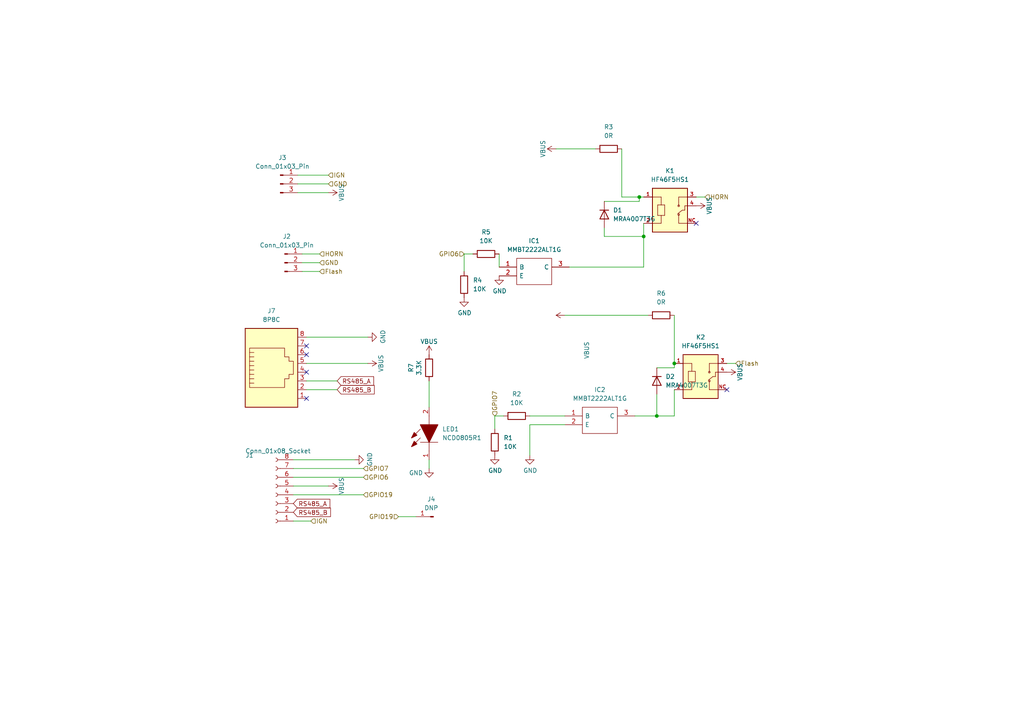
<source format=kicad_sch>
(kicad_sch (version 20231120) (generator "eeschema") (generator_version "8.0")
  (paper "A4")
  (title_block (title "KSS-E") (date "2022-09-20") (rev "REV1") (company "SmartEQ Bilisim"))
  (lib_symbols
    (symbol "150080VS75000:150080VS75000" (pin_names (offset 0.762))
      (property "Reference" "LED" (at 12.7 8.89 0))
      (property "Value" "150080VS75000" (at 12.7 6.35 0))
      (symbol "150080VS75000_0_0"
        (pin passive line (at 0 0 0) (length 2.54) (name "~") (number "1"))
        (pin passive line (at 15.24 0 180) (length 2.54) (name "~") (number "2"))
      )
      (symbol "150080VS75000_0_1"
        (polyline (pts (xy 2.54 0) (xy 5.08 0)) (stroke (width 0.1524)))
        (polyline (pts (xy 5.08 2.54) (xy 5.08 -2.54)) (stroke (width 0.1524)))
        (polyline (pts (xy 6.35 2.54) (xy 3.81 5.08)) (stroke (width 0.1524)))
        (polyline (pts (xy 8.89 2.54) (xy 6.35 5.08)) (stroke (width 0.1524)))
        (polyline (pts (xy 10.16 0) (xy 12.7 0)) (stroke (width 0.1524)))
        (polyline (pts (xy 5.08 0) (xy 10.16 2.54) (xy 10.16 -2.54) (xy 5.08 0)) (stroke (width 0.254)) (fill (type outline)))
        (polyline (pts (xy 5.334 4.318) (xy 4.572 3.556) (xy 3.81 5.08) (xy 5.334 4.318)) (stroke (width 0.254)) (fill (type outline)))
        (polyline (pts (xy 7.874 4.318) (xy 7.112 3.556) (xy 6.35 5.08) (xy 7.874 4.318)) (stroke (width 0.254)) (fill (type outline)))
      )
    )
    (symbol "Connector:8P8C" (pin_names (offset 1.016))
      (property "Reference" "J" (at -5.08 13.97 0))
      (property "Value" "8P8C" (at 2.54 13.97 0))
      (symbol "8P8C_0_1"
        (polyline (pts (xy -5.08 4.445) (xy -6.35 4.445)))
        (polyline (pts (xy -5.08 5.715) (xy -6.35 5.715)))
        (polyline (pts (xy -6.35 -3.175) (xy -5.08 -3.175) (xy -5.08 -3.175)))
        (polyline (pts (xy -6.35 -1.905) (xy -5.08 -1.905) (xy -5.08 -1.905)))
        (polyline (pts (xy -6.35 -0.635) (xy -5.08 -0.635) (xy -5.08 -0.635)))
        (polyline (pts (xy -6.35 0.635) (xy -5.08 0.635) (xy -5.08 0.635)))
        (polyline (pts (xy -6.35 1.905) (xy -5.08 1.905) (xy -5.08 1.905)))
        (polyline (pts (xy -5.08 3.175) (xy -6.35 3.175) (xy -6.35 3.175)))
        (polyline (pts (xy -6.35 -4.445) (xy -6.35 6.985) (xy 3.81 6.985) (xy 3.81 4.445) (xy 5.08 4.445) (xy 5.08 3.175) (xy 6.35 3.175) (xy 6.35 -0.635) (xy 5.08 -0.635) (xy 5.08 -1.905) (xy 3.81 -1.905) (xy 3.81 -4.445) (xy -6.35 -4.445) (xy -6.35 -4.445)))
        (rectangle (start 7.62 12.7) (end -7.62 -10.16) (stroke (width 0.254)) (fill (type background)))
      )
      (symbol "8P8C_1_1"
        (pin passive line (at 10.16 -7.62 180) (length 2.54) (name "~") (number "1"))
        (pin passive line (at 10.16 -5.08 180) (length 2.54) (name "~") (number "2"))
        (pin passive line (at 10.16 -2.54 180) (length 2.54) (name "~") (number "3"))
        (pin passive line (at 10.16 0 180) (length 2.54) (name "~") (number "4"))
        (pin passive line (at 10.16 2.54 180) (length 2.54) (name "~") (number "5"))
        (pin passive line (at 10.16 5.08 180) (length 2.54) (name "~") (number "6"))
        (pin passive line (at 10.16 7.62 180) (length 2.54) (name "~") (number "7"))
        (pin passive line (at 10.16 10.16 180) (length 2.54) (name "~") (number "8"))
      )
    )
    (symbol "Connector:Conn_01x01_Pin" (pin_names (offset 1.016) hide)
      (property "Reference" "J" (at 0 2.54 0))
      (property "Value" "Conn_01x01_Pin" (at 0 -2.54 0))
      (symbol "Conn_01x01_Pin_1_1"
        (polyline (pts (xy 1.27 0) (xy 0.8636 0)) (stroke (width 0.1524)))
        (rectangle (start 0.8636 0.127) (end 0 -0.127) (stroke (width 0.1524)) (fill (type outline)))
        (pin passive line (at 5.08 0 180) (length 3.81) (name "Pin_1") (number "1"))
      )
    )
    (symbol "Connector:Conn_01x03_Pin" (pin_names (offset 1.016) hide)
      (property "Reference" "J" (at 0 5.08 0))
      (property "Value" "Conn_01x03_Pin" (at 0 -5.08 0))
      (symbol "Conn_01x03_Pin_1_1"
        (polyline (pts (xy 1.27 -2.54) (xy 0.8636 -2.54)) (stroke (width 0.1524)))
        (polyline (pts (xy 1.27 0) (xy 0.8636 0)) (stroke (width 0.1524)))
        (polyline (pts (xy 1.27 2.54) (xy 0.8636 2.54)) (stroke (width 0.1524)))
        (rectangle (start 0.8636 -2.413) (end 0 -2.667) (stroke (width 0.1524)) (fill (type outline)))
        (rectangle (start 0.8636 0.127) (end 0 -0.127) (stroke (width 0.1524)) (fill (type outline)))
        (rectangle (start 0.8636 2.667) (end 0 2.413) (stroke (width 0.1524)) (fill (type outline)))
        (pin passive line (at 5.08 2.54 180) (length 3.81) (name "Pin_1") (number "1"))
        (pin passive line (at 5.08 0 180) (length 3.81) (name "Pin_2") (number "2"))
        (pin passive line (at 5.08 -2.54 180) (length 3.81) (name "Pin_3") (number "3"))
      )
    )
    (symbol "Connector:Conn_01x08_Socket" (pin_names (offset 1.016) hide)
      (property "Reference" "J" (at 0 10.16 0))
      (property "Value" "Conn_01x08_Socket" (at 0 -12.7 0))
      (symbol "Conn_01x08_Socket_1_1"
        (arc (start 0 -9.652) (mid -0.5058 -10.16) (end 0 -10.668) (stroke (width 0.1524)))
        (arc (start 0 -7.112) (mid -0.5058 -7.62) (end 0 -8.128) (stroke (width 0.1524)))
        (arc (start 0 -4.572) (mid -0.5058 -5.08) (end 0 -5.588) (stroke (width 0.1524)))
        (arc (start 0 -2.032) (mid -0.5058 -2.54) (end 0 -3.048) (stroke (width 0.1524)))
        (polyline (pts (xy -1.27 -10.16) (xy -0.508 -10.16)) (stroke (width 0.1524)))
        (polyline (pts (xy -1.27 -7.62) (xy -0.508 -7.62)) (stroke (width 0.1524)))
        (polyline (pts (xy -1.27 -5.08) (xy -0.508 -5.08)) (stroke (width 0.1524)))
        (polyline (pts (xy -1.27 -2.54) (xy -0.508 -2.54)) (stroke (width 0.1524)))
        (polyline (pts (xy -1.27 0) (xy -0.508 0)) (stroke (width 0.1524)))
        (polyline (pts (xy -1.27 2.54) (xy -0.508 2.54)) (stroke (width 0.1524)))
        (polyline (pts (xy -1.27 5.08) (xy -0.508 5.08)) (stroke (width 0.1524)))
        (polyline (pts (xy -1.27 7.62) (xy -0.508 7.62)) (stroke (width 0.1524)))
        (arc (start 0 0.508) (mid -0.5058 0) (end 0 -0.508) (stroke (width 0.1524)))
        (arc (start 0 3.048) (mid -0.5058 2.54) (end 0 2.032) (stroke (width 0.1524)))
        (arc (start 0 5.588) (mid -0.5058 5.08) (end 0 4.572) (stroke (width 0.1524)))
        (arc (start 0 8.128) (mid -0.5058 7.62) (end 0 7.112) (stroke (width 0.1524)))
        (pin passive line (at -5.08 7.62 0) (length 3.81) (name "Pin_1") (number "1"))
        (pin passive line (at -5.08 5.08 0) (length 3.81) (name "Pin_2") (number "2"))
        (pin passive line (at -5.08 2.54 0) (length 3.81) (name "Pin_3") (number "3"))
        (pin passive line (at -5.08 0 0) (length 3.81) (name "Pin_4") (number "4"))
        (pin passive line (at -5.08 -2.54 0) (length 3.81) (name "Pin_5") (number "5"))
        (pin passive line (at -5.08 -5.08 0) (length 3.81) (name "Pin_6") (number "6"))
        (pin passive line (at -5.08 -7.62 0) (length 3.81) (name "Pin_7") (number "7"))
        (pin passive line (at -5.08 -10.16 0) (length 3.81) (name "Pin_8") (number "8"))
      )
    )
    (symbol "Device:R" (pin_numbers hide) (pin_names (offset 0))
      (property "Reference" "R" (at 2.032 0 90))
      (property "Value" "R" (at 0 0 90))
      (symbol "R_0_1"
        (rectangle (start -1.016 -2.54) (end 1.016 2.54) (stroke (width 0.254)))
      )
      (symbol "R_1_1"
        (pin passive line (at 0 3.81 270) (length 1.27) (name "~") (number "1"))
        (pin passive line (at 0 -3.81 90) (length 1.27) (name "~") (number "2"))
      )
    )
    (symbol "Diode:MRA4007T3G" (pin_numbers hide) (pin_names hide)
      (property "Reference" "D" (at 0 2.54 0))
      (property "Value" "MRA4007T3G" (at 0 -2.54 0))
      (symbol "MRA4007T3G_0_1"
        (polyline (pts (xy -1.27 1.27) (xy -1.27 -1.27)) (stroke (width 0.254)))
        (polyline (pts (xy 1.27 0) (xy -1.27 0)))
        (polyline (pts (xy 1.27 1.27) (xy 1.27 -1.27) (xy -1.27 0) (xy 1.27 1.27)) (stroke (width 0.254)))
      )
      (symbol "MRA4007T3G_1_1"
        (pin passive line (at -3.81 0 0) (length 2.54) (name "K") (number "1"))
        (pin passive line (at 3.81 0 180) (length 2.54) (name "A") (number "2"))
      )
    )
    (symbol "MMBT2222ALT1G:MMBT2222ALT1G" (pin_names (offset 0.762))
      (property "Reference" "IC" (at 16.51 7.62 0))
      (property "Value" "MMBT2222ALT1G" (at 16.51 5.08 0))
      (symbol "MMBT2222ALT1G_0_0"
        (pin passive line (at 0 0 0) (length 5.08) (name "B") (number "1"))
        (pin passive line (at 0 -2.54 0) (length 5.08) (name "E") (number "2"))
        (pin passive line (at 20.32 0 180) (length 5.08) (name "C") (number "3"))
      )
      (symbol "MMBT2222ALT1G_0_1"
        (polyline (pts (xy 5.08 2.54) (xy 15.24 2.54) (xy 15.24 -5.08) (xy 5.08 -5.08) (xy 5.08 2.54)) (stroke (width 0.1524)))
      )
    )
    (symbol "SRD-05VDC-SL-C:SRD-05VDC-SL-C" (pin_names (offset 1.016))
      (property "Reference" "K2" (at 0 10.16 0))
      (property "Value" "HF46F5HS1" (at 0 7.62 0))
      (symbol "SRD-05VDC-SL-C_0_0"
        (rectangle (start -5.08 -7.62) (end 5.08 5.08) (stroke (width 0.254)) (fill (type background)))
        (polyline (pts (xy -5.08 2.54) (xy -2.54 2.54)) (stroke (width 0.1524)))
        (polyline (pts (xy -3.556 -2.794) (xy -2.54 -2.794)) (stroke (width 0.1524)))
        (polyline (pts (xy -3.556 0.254) (xy -3.556 -2.794)) (stroke (width 0.1524)))
        (polyline (pts (xy -2.54 -5.08) (xy -5.08 -5.08)) (stroke (width 0.1524)))
        (polyline (pts (xy -2.54 -2.794) (xy -2.54 -5.08)) (stroke (width 0.1524)))
        (polyline (pts (xy -2.54 -2.794) (xy -1.524 -2.794)) (stroke (width 0.1524)))
        (polyline (pts (xy -2.54 0.254) (xy -3.556 0.254)) (stroke (width 0.1524)))
        (polyline (pts (xy -2.54 2.54) (xy -2.54 0.254)) (stroke (width 0.1524)))
        (polyline (pts (xy -1.524 -2.794) (xy -1.524 0.254)) (stroke (width 0.1524)))
        (polyline (pts (xy -1.524 0.254) (xy -2.54 0.254)) (stroke (width 0.1524)))
        (polyline (pts (xy 2.54 -5.08) (xy 5.08 -5.08)) (stroke (width 0.1524)))
        (polyline (pts (xy 2.54 -2.54) (xy 2.54 -5.08)) (stroke (width 0.1524)))
        (polyline (pts (xy 2.54 2.54) (xy 2.54 0)) (stroke (width 0.1524)))
        (polyline (pts (xy 3.556 -1.27) (xy 2.286 -2.286)) (stroke (width 0.1524)))
        (polyline (pts (xy 3.556 -1.27) (xy 4.318 -1.27)) (stroke (width 0.1524)))
        (polyline (pts (xy 4.318 -1.27) (xy 4.318 0)) (stroke (width 0.1524)))
        (polyline (pts (xy 4.318 0) (xy 5.08 0)) (stroke (width 0.1524)))
        (polyline (pts (xy 5.08 2.54) (xy 2.54 2.54)) (stroke (width 0.1524)))
        (circle (center 2.54 -2.54) (radius 0.254) (stroke (width 0.1524)))
        (circle (center 2.54 0) (radius 0.254) (stroke (width 0.1524)))
        (pin passive line (at 7.62 -5.08 180) (length 2.54) (name "~") (number "NC"))
      )
      (symbol "SRD-05VDC-SL-C_1_0"
        (pin passive line (at -7.62 2.54 0) (length 2.54) (name "~") (number "1"))
        (pin passive line (at -7.62 -5.08 0) (length 2.54) (name "~") (number "2"))
        (pin passive line (at 7.62 2.54 180) (length 2.54) (name "~") (number "3"))
        (pin passive line (at 7.62 0 180) (length 2.54) (name "~") (number "4"))
      )
    )
    (symbol "SRD-05VDC-SL-C_1" (pin_names (offset 1.016))
      (property "Reference" "K1" (at 0 10.16 0))
      (property "Value" "HF46F5HS1" (at 0 7.62 0))
      (symbol "SRD-05VDC-SL-C_1_0_0"
        (rectangle (start -5.08 -7.62) (end 5.08 5.08) (stroke (width 0.254)) (fill (type background)))
        (polyline (pts (xy -5.08 2.54) (xy -2.54 2.54)) (stroke (width 0.1524)))
        (polyline (pts (xy -3.556 -2.794) (xy -2.54 -2.794)) (stroke (width 0.1524)))
        (polyline (pts (xy -3.556 0.254) (xy -3.556 -2.794)) (stroke (width 0.1524)))
        (polyline (pts (xy -2.54 -5.08) (xy -5.08 -5.08)) (stroke (width 0.1524)))
        (polyline (pts (xy -2.54 -2.794) (xy -2.54 -5.08)) (stroke (width 0.1524)))
        (polyline (pts (xy -2.54 -2.794) (xy -1.524 -2.794)) (stroke (width 0.1524)))
        (polyline (pts (xy -2.54 0.254) (xy -3.556 0.254)) (stroke (width 0.1524)))
        (polyline (pts (xy -2.54 2.54) (xy -2.54 0.254)) (stroke (width 0.1524)))
        (polyline (pts (xy -1.524 -2.794) (xy -1.524 0.254)) (stroke (width 0.1524)))
        (polyline (pts (xy -1.524 0.254) (xy -2.54 0.254)) (stroke (width 0.1524)))
        (polyline (pts (xy 2.54 -5.08) (xy 5.08 -5.08)) (stroke (width 0.1524)))
        (polyline (pts (xy 2.54 -2.54) (xy 2.54 -5.08)) (stroke (width 0.1524)))
        (polyline (pts (xy 2.54 2.54) (xy 2.54 0)) (stroke (width 0.1524)))
        (polyline (pts (xy 3.556 -1.27) (xy 2.286 -2.286)) (stroke (width 0.1524)))
        (polyline (pts (xy 3.556 -1.27) (xy 4.318 -1.27)) (stroke (width 0.1524)))
        (polyline (pts (xy 4.318 -1.27) (xy 4.318 0)) (stroke (width 0.1524)))
        (polyline (pts (xy 4.318 0) (xy 5.08 0)) (stroke (width 0.1524)))
        (polyline (pts (xy 5.08 2.54) (xy 2.54 2.54)) (stroke (width 0.1524)))
        (circle (center 2.54 -2.54) (radius 0.254) (stroke (width 0.1524)))
        (circle (center 2.54 0) (radius 0.254) (stroke (width 0.1524)))
        (pin passive line (at 7.62 -5.08 180) (length 2.54) (name "~") (number "NC"))
      )
      (symbol "SRD-05VDC-SL-C_1_1_0"
        (pin passive line (at -7.62 2.54 0) (length 2.54) (name "~") (number "1"))
        (pin passive line (at -7.62 -5.08 0) (length 2.54) (name "~") (number "2"))
        (pin passive line (at 7.62 2.54 180) (length 2.54) (name "~") (number "3"))
        (pin passive line (at 7.62 0 180) (length 2.54) (name "~") (number "4"))
      )
    )
    (symbol "power:GND" (power) (pin_names (offset 0))
      (property "Value" "GND" (at 0 -3.81 0))
      (symbol "GND_0_1"
        (polyline (pts (xy 0 0) (xy 0 -1.27) (xy 1.27 -1.27) (xy 0 -2.54) (xy -1.27 -1.27) (xy 0 -1.27)))
      )
      (symbol "GND_1_1"
        (pin power_in line (at 0 0 270) (length 0) hide (name "GND") (number "1"))
      )
    )
    (symbol "power:VBUS" (power) (pin_names (offset 0))
      (property "Value" "VBUS" (at 0 3.81 0))
      (symbol "VBUS_0_1"
        (polyline (pts (xy -0.762 1.27) (xy 0 2.54)))
        (polyline (pts (xy 0 0) (xy 0 2.54)))
        (polyline (pts (xy 0 2.54) (xy 0.762 1.27)))
      )
      (symbol "VBUS_1_1"
        (pin power_in line (at 0 0 90) (length 0) hide (name "VBUS") (number "1"))
      )
    )
  )
  (junction (at 190.5 120.65))
  (junction (at 195.58 105.41))
  (junction (at 185.42 57.15))
  (junction (at 186.69 68.58))
  (no_connect (at 88.9 115.57))
  (no_connect (at 88.9 102.87))
  (no_connect (at 88.9 107.95))
  (no_connect (at 201.93 64.77))
  (no_connect (at 210.82 113.03))
  (no_connect (at 88.9 100.33))
  (wire (pts (xy 190.5 106.68) (xy 195.58 106.68)))
  (wire (pts (xy 92.71 73.66) (xy 87.63 73.66)))
  (wire (pts (xy 185.42 58.42) (xy 185.42 57.15)))
  (wire (pts (xy 175.26 66.04) (xy 175.26 68.58)))
  (wire (pts (xy 175.26 58.42) (xy 185.42 58.42)))
  (wire (pts (xy 95.25 140.97) (xy 85.09 140.97)))
  (wire (pts (xy 195.58 91.44) (xy 195.58 105.41)))
  (wire (pts (xy 95.25 55.88) (xy 86.36 55.88)))
  (wire (pts (xy 134.62 73.66) (xy 134.62 78.74)))
  (wire (pts (xy 153.67 120.65) (xy 163.83 120.65)))
  (wire (pts (xy 186.69 77.47) (xy 165.1 77.47)))
  (wire (pts (xy 88.9 110.49) (xy 97.79 110.49)))
  (wire (pts (xy 143.51 120.65) (xy 146.05 120.65)))
  (wire (pts (xy 90.17 151.13) (xy 85.09 151.13)))
  (wire (pts (xy 105.41 135.89) (xy 85.09 135.89)))
  (wire (pts (xy 115.57 149.86) (xy 120.65 149.86)))
  (wire (pts (xy 92.71 76.2) (xy 87.63 76.2)))
  (wire (pts (xy 195.58 120.65) (xy 190.5 120.65)))
  (wire (pts (xy 88.9 113.03) (xy 97.79 113.03)))
  (wire (pts (xy 105.41 138.43) (xy 85.09 138.43)))
  (wire (pts (xy 134.62 73.66) (xy 137.16 73.66)))
  (wire (pts (xy 163.83 91.44) (xy 187.96 91.44)))
  (wire (pts (xy 185.42 57.15) (xy 186.69 57.15)))
  (wire (pts (xy 175.26 68.58) (xy 186.69 68.58)))
  (wire (pts (xy 195.58 106.68) (xy 195.58 105.41)))
  (wire (pts (xy 143.51 120.65) (xy 143.51 124.46)))
  (wire (pts (xy 186.69 64.77) (xy 186.69 68.58)))
  (wire (pts (xy 153.67 123.19) (xy 153.67 132.08)))
  (wire (pts (xy 95.25 50.8) (xy 86.36 50.8)))
  (wire (pts (xy 144.78 73.66) (xy 144.78 77.47)))
  (wire (pts (xy 186.69 68.58) (xy 186.69 77.47)))
  (wire (pts (xy 124.46 118.11) (xy 124.46 110.49)))
  (wire (pts (xy 85.09 133.35) (xy 102.87 133.35)))
  (wire (pts (xy 88.9 105.41) (xy 106.68 105.41)))
  (wire (pts (xy 204.47 57.15) (xy 201.93 57.15)))
  (wire (pts (xy 124.46 135.89) (xy 124.46 133.35)))
  (wire (pts (xy 190.5 120.65) (xy 184.15 120.65)))
  (wire (pts (xy 95.25 53.34) (xy 86.36 53.34)))
  (wire (pts (xy 92.71 78.74) (xy 87.63 78.74)))
  (wire (pts (xy 190.5 114.3) (xy 190.5 120.65)))
  (wire (pts (xy 195.58 113.03) (xy 195.58 120.65)))
  (wire (pts (xy 163.83 123.19) (xy 153.67 123.19)))
  (wire (pts (xy 180.34 57.15) (xy 185.42 57.15)))
  (wire (pts (xy 161.29 43.18) (xy 172.72 43.18)))
  (wire (pts (xy 88.9 97.79) (xy 106.68 97.79)))
  (wire (pts (xy 180.34 43.18) (xy 180.34 57.15)))
  (wire (pts (xy 105.41 143.51) (xy 85.09 143.51)))
  (wire (pts (xy 213.36 105.41) (xy 210.82 105.41)))
  (global_label "RS485_B" (shape input) (at 85.09 148.59 0) (property "Intersheetrefs" "${INTERSHEET_REFS}" (effects (hide yes))))
  (global_label "RS485_B" (shape input) (at 97.79 113.03 0) (property "Intersheetrefs" "${INTERSHEET_REFS}" (effects (hide yes))))
  (global_label "RS485_A" (shape input) (at 85.09 146.05 0) (property "Intersheetrefs" "${INTERSHEET_REFS}" (effects (hide yes))))
  (global_label "RS485_A" (shape input) (at 97.79 110.49 0) (property "Intersheetrefs" "${INTERSHEET_REFS}" (effects (hide yes))))
  (hierarchical_label "GPIO19" (shape input) (at 115.57 149.86 180))
  (hierarchical_label "GPIO6" (shape input) (at 105.41 138.43 0))
  (hierarchical_label "HORN" (shape input) (at 92.71 73.66 0))
  (hierarchical_label "GPIO19" (shape input) (at 105.41 143.51 0))
  (hierarchical_label "GPIO7" (shape input) (at 143.51 120.65 90))
  (hierarchical_label "GPIO6" (shape input) (at 134.62 73.66 180))
  (hierarchical_label "GND" (shape input) (at 95.25 53.34 0))
  (hierarchical_label "IGN" (shape input) (at 90.17 151.13 0))
  (hierarchical_label "Flash" (shape input) (at 213.36 105.41 0))
  (hierarchical_label "HORN" (shape input) (at 204.47 57.15 0))
  (hierarchical_label "GND" (shape input) (at 92.71 76.2 0))
  (hierarchical_label "Flash" (shape input) (at 92.71 78.74 0))
  (hierarchical_label "IGN" (shape input) (at 95.25 50.8 0))
  (hierarchical_label "GPIO7" (shape input) (at 105.41 135.89 0))
  (symbol (lib_id "150080VS75000:150080VS75000") (at 124.46 133.35 90) (unit 1)
    (property "Reference" "LED1" (at 128.27 124.4599 90) (effects (justify right)))
    (property "Value" "NCD0805R1 " (at 128.27 126.9999 90) (effects (justify right)))
    (property "Footprint" "LED_SMD:LED_0805_2012Metric" (effects (hide yes)))
    (property "Height" "0.8" (effects (hide yes)))
    (property "Manufacturer_Name" "Wurth Elektronik" (effects (hide yes)))
    (property "Manufacturer_Part_Number" "150080VS75000" (effects (hide yes)))
    (property "Mouser Part Number" "710-150080VS75000" (effects (hide yes)))
    (property "Mouser Price/Stock" "https://www.mouser.co.uk/ProductDetail/Wurth-Elektronik/150080VS75000?qs=LlUlMxKIyB0tGHJmO6%252B0ug%3D%3D" (effects (hide yes)))
    (property "${DNP}" "${DNP}" (effects (hide yes)))
  )
  (symbol (lib_id "Device:R") (at 124.46 106.68 0) (unit 1)
    (property "Reference" "R7" (at 119.2022 106.68 90))
    (property "Value" "3.3K" (at 121.5136 106.68 90))
    (property "Footprint" "Resistor_SMD:R_0603_1608Metric" (effects (hide yes)))
    (property "${DNP}" "${DNP}" (effects (hide yes)))
  )
  (symbol (lib_id "power:VBUS") (at 106.68 105.41 270) (unit 1)
    (property "Reference" "#PWR028" (effects (hide yes)))
    (property "Value" "VBUS" (at 110.49 105.41 0))
  )
  (symbol (lib_id "power:VBUS") (at 95.25 55.88 270) (unit 1)
    (property "Reference" "#PWR013" (effects (hide yes)))
    (property "Value" "VBUS" (at 99.06 55.88 0))
  )
  (symbol (lib_id "Connector:8P8C") (at 78.74 107.95 0) (unit 1)
    (property "Reference" "J7" (at 78.74 90.17 0))
    (property "Value" "8P8C" (at 78.74 92.71 0))
    (property "Footprint" "Connector_RJ:RJ45_Amphenol_54602-x08_Horizontal" (effects (hide yes)))
    (property "${DNP}" "${DNP}" (effects (hide yes)))
  )
  (symbol (lib_id "MMBT2222ALT1G:MMBT2222ALT1G") (at 163.83 120.65 0) (unit 1)
    (property "Reference" "IC2" (at 173.99 113.03 0))
    (property "Value" "MMBT2222ALT1G" (at 173.99 115.57 0))
    (property "Footprint" "SOT96P237X111-3N" (effects (hide yes)))
    (property "Datasheet" "http://www.onsemi.com/pub/Collateral/MMBT2222LT1-D.PDF" (effects (hide yes)))
    (property "Description" "MMBT2222ALT1G, NPN Bipolar Transistor,  0.6 A 40 V HFE:35 300 MHz Small Signal, 3-Pin SOT-23" (effects (hide yes)))
    (property "Height" "1.11" (effects (hide yes)))
    (property "Manufacturer_Name" "onsemi" (effects (hide yes)))
    (property "Manufacturer_Part_Number" "MMBT2222ALT1G" (effects (hide yes)))
    (property "Mouser Part Number" "863-MMBT2222ALT1G" (effects (hide yes)))
    (property "Mouser Price/Stock" "https://www.mouser.co.uk/ProductDetail/onsemi/MMBT2222ALT1G?qs=HVbQlW5zcXWwnD7Jokybqg%3D%3D" (effects (hide yes)))
    (property "Arrow Part Number" "MMBT2222ALT1G" (effects (hide yes)))
    (property "Arrow Price/Stock" "https://www.arrow.com/en/products/mmbt2222alt1g/on-semiconductor?region=europe" (effects (hide yes)))
    (property "${DNP}" "${DNP}" (effects (hide yes)))
  )
  (symbol (lib_id "power:GND") (at 134.62 86.36 0) (unit 1)
    (property "Reference" "#PWR04" (effects (hide yes)))
    (property "Value" "GND" (at 134.747 90.7542 0))
  )
  (symbol (lib_id "power:VBUS") (at 95.25 140.97 270) (unit 1)
    (property "Reference" "#PWR01" (effects (hide yes)))
    (property "Value" "VBUS" (at 99.06 140.97 0))
  )
  (symbol (lib_id "power:GND") (at 153.67 132.08 0) (unit 1)
    (property "Reference" "#PWR06" (effects (hide yes)))
    (property "Value" "GND" (at 153.797 136.4742 0))
  )
  (symbol (lib_id "power:GND") (at 143.51 132.08 0) (unit 1)
    (property "Reference" "#PWR07" (effects (hide yes)))
    (property "Value" "GND" (at 143.637 136.4742 0))
  )
  (symbol (lib_id "power:GND") (at 106.68 97.79 90) (unit 1)
    (property "Reference" "#PWR0111" (effects (hide yes)))
    (property "Value" "GND" (at 111.0742 97.663 0))
  )
  (symbol (lib_id "power:VBUS") (at 163.83 91.44 90) (unit 1)
    (property "Reference" "#PWR08" (effects (hide yes)))
    (property "Value" "VBUS" (at 170.18 101.6 0))
  )
  (symbol (lib_id "Device:R") (at 134.62 82.55 180) (unit 1)
    (property "Reference" "R4" (at 137.16 81.28 0) (effects (justify right)))
    (property "Value" "10K" (at 137.16 83.82 0) (effects (justify right)))
    (property "Footprint" "Resistor_SMD:R_0603_1608Metric" (effects (hide yes)))
    (property "Description" "Resistor" (effects (hide yes)))
    (property "${DNP}" "${DNP}" (effects (hide yes)))
  )
  (symbol (lib_id "power:GND") (at 102.87 133.35 90) (unit 1)
    (property "Reference" "#PWR02" (effects (hide yes)))
    (property "Value" "GND" (at 107.2642 133.223 0))
  )
  (symbol (lib_id "Connector:Conn_01x03_Pin") (at 82.55 76.2 0) (unit 1)
    (property "Reference" "J2" (at 83.185 68.58 0))
    (property "Value" "Conn_01x03_Pin" (at 83.185 71.12 0))
    (property "Footprint" "Connector_Phoenix_MSTB:KF2EDGR-Y-5.08-03P-1 B" (effects (hide yes)))
    (property "Description" "Generic connector, single row, 01x03, script generated" (effects (hide yes)))
    (property "${DNP}" "${DNP}" (effects (hide yes)))
  )
  (symbol (lib_id "power:GND") (at 144.78 80.01 0) (unit 1)
    (property "Reference" "#PWR05" (effects (hide yes)))
    (property "Value" "GND" (at 144.907 84.4042 0))
  )
  (symbol (lib_id "Connector:Conn_01x03_Pin") (at 81.28 53.34 0) (unit 1)
    (property "Reference" "J3" (at 81.915 45.72 0))
    (property "Value" "Conn_01x03_Pin" (at 81.915 48.26 0))
    (property "Footprint" "Connector_Phoenix_MSTB:KF2EDGR-Y-5.08-03P-1 B" (effects (hide yes)))
    (property "Description" "Generic connector, single row, 01x03, script generated" (effects (hide yes)))
    (property "${DNP}" "${DNP}" (effects (hide yes)))
  )
  (symbol (lib_id "power:VBUS") (at 161.29 43.18 90) (unit 1)
    (property "Reference" "#PWR03" (effects (hide yes)))
    (property "Value" "VBUS" (at 157.48 43.18 0))
  )
  (symbol (lib_id "Diode:MRA4007T3G") (at 190.5 110.49 270) (unit 1)
    (property "Reference" "D2" (at 193.04 109.22 90) (effects (justify left)))
    (property "Value" "MRA4007T3G" (at 193.04 111.76 90) (effects (justify left)))
    (property "Footprint" "Diode_SMD:D_SMA" (effects (hide yes)))
    (property "Datasheet" "http://www.onsemi.com/pub_link/Collateral/MRA4003T3-D.PDF" (effects (hide yes)))
    (property "Description" "1000V, 1A, General Purpose Rectifier Diode, SMA(DO-214AC)" (effects (hide yes)))
    (property "Sim.Device" "D" (effects (hide yes)))
    (property "Sim.Pins" "1=K 2=A" (effects (hide yes)))
    (property "${DNP}" "${DNP}" (effects (hide yes)))
  )
  (symbol (lib_id "Device:R") (at 191.77 91.44 270) (unit 1)
    (property "Reference" "R6" (at 191.77 85.09 90))
    (property "Value" "0R" (at 191.77 87.63 90))
    (property "Footprint" "Resistor_SMD:R_0603_1608Metric" (effects (hide yes)))
    (property "Description" "Resistor" (effects (hide yes)))
    (property "${DNP}" "${DNP}" (effects (hide yes)))
  )
  (symbol (lib_name "SRD-05VDC-SL-C_1") (lib_id "SRD-05VDC-SL-C:SRD-05VDC-SL-C") (at 194.31 59.69 0) (unit 1)
    (property "Reference" "K1" (at 194.31 49.53 0))
    (property "Value" "HF46F5HS1" (at 194.31 52.07 0))
    (property "Footprint" "Library:HF46F5HS1" (effects (hide yes)))
    (property "MANUFACTURER" "SONGLE RELAY" (effects (hide yes)))
    (property "STANDARD" "IPC-7251" (effects (hide yes)))
    (property "${DNP}" "${DNP}" (effects (hide yes)))
  )
  (symbol (lib_id "power:VBUS") (at 201.93 59.69 270) (unit 1)
    (property "Reference" "#PWR011" (effects (hide yes)))
    (property "Value" "VBUS" (at 205.74 59.69 0))
  )
  (symbol (lib_id "Connector:Conn_01x08_Socket") (at 80.01 143.51 180) (unit 1)
    (property "Reference" "J1" (at 72.39 132.08 0))
    (property "Value" "Conn_01x08_Socket" (at 80.645 130.81 0))
    (property "Footprint" "Connector_JST:JST_XH_S8B-XH-A_1x08_P2.50mm_Horizontal" (effects (hide yes)))
    (property "Description" "Generic connector, single row, 01x08, script generated" (effects (hide yes)))
    (property "${DNP}" "${DNP}" (effects (hide yes)))
  )
  (symbol (lib_id "Device:R") (at 140.97 73.66 270) (unit 1)
    (property "Reference" "R5" (at 140.97 67.31 90))
    (property "Value" "10K" (at 140.97 69.85 90))
    (property "Footprint" "Resistor_SMD:R_0603_1608Metric" (effects (hide yes)))
    (property "Description" "Resistor" (effects (hide yes)))
    (property "${DNP}" "${DNP}" (effects (hide yes)))
  )
  (symbol (lib_id "Connector:Conn_01x01_Pin") (at 125.73 149.86 180) (unit 1)
    (property "Reference" "J4" (at 125.095 144.78 0))
    (property "Value" "DNP" (at 125.095 147.32 0))
    (property "Footprint" "Connector_PinHeader_1.00mm:PinHeader_1x01_P1.00mm_Horizontal" (effects (hide yes)))
    (property "Description" "Generic connector, single row, 01x01, script generated" (effects (hide yes)))
    (property "${DNP}" "${DNP}" (effects (hide yes)))
  )
  (symbol (lib_id "Diode:MRA4007T3G") (at 175.26 62.23 270) (unit 1)
    (property "Reference" "D1" (at 177.8 60.96 90) (effects (justify left)))
    (property "Value" "MRA4007T3G" (at 177.8 63.5 90) (effects (justify left)))
    (property "Footprint" "Diode_SMD:D_SMA" (effects (hide yes)))
    (property "Datasheet" "http://www.onsemi.com/pub_link/Collateral/MRA4003T3-D.PDF" (effects (hide yes)))
    (property "Description" "1000V, 1A, General Purpose Rectifier Diode, SMA(DO-214AC)" (effects (hide yes)))
    (property "Sim.Device" "D" (effects (hide yes)))
    (property "Sim.Pins" "1=K 2=A" (effects (hide yes)))
    (property "${DNP}" "${DNP}" (effects (hide yes)))
  )
  (symbol (lib_id "Device:R") (at 149.86 120.65 270) (unit 1)
    (property "Reference" "R2" (at 149.86 114.3 90))
    (property "Value" "10K" (at 149.86 116.84 90))
    (property "Footprint" "Resistor_SMD:R_0603_1608Metric" (effects (hide yes)))
    (property "Description" "Resistor" (effects (hide yes)))
    (property "${DNP}" "${DNP}" (effects (hide yes)))
  )
  (symbol (lib_id "power:VBUS") (at 210.82 107.95 270) (unit 1)
    (property "Reference" "#PWR012" (effects (hide yes)))
    (property "Value" "VBUS" (at 214.63 107.95 0))
  )
  (symbol (lib_id "MMBT2222ALT1G:MMBT2222ALT1G") (at 144.78 77.47 0) (unit 1)
    (property "Reference" "IC1" (at 154.94 69.85 0))
    (property "Value" "MMBT2222ALT1G" (at 154.94 72.39 0))
    (property "Footprint" "SOT96P237X111-3N" (effects (hide yes)))
    (property "Datasheet" "http://www.onsemi.com/pub/Collateral/MMBT2222LT1-D.PDF" (effects (hide yes)))
    (property "Description" "MMBT2222ALT1G, NPN Bipolar Transistor,  0.6 A 40 V HFE:35 300 MHz Small Signal, 3-Pin SOT-23" (effects (hide yes)))
    (property "Height" "1.11" (effects (hide yes)))
    (property "Manufacturer_Name" "onsemi" (effects (hide yes)))
    (property "Manufacturer_Part_Number" "MMBT2222ALT1G" (effects (hide yes)))
    (property "Mouser Part Number" "863-MMBT2222ALT1G" (effects (hide yes)))
    (property "Mouser Price/Stock" "https://www.mouser.co.uk/ProductDetail/onsemi/MMBT2222ALT1G?qs=HVbQlW5zcXWwnD7Jokybqg%3D%3D" (effects (hide yes)))
    (property "Arrow Part Number" "MMBT2222ALT1G" (effects (hide yes)))
    (property "Arrow Price/Stock" "https://www.arrow.com/en/products/mmbt2222alt1g/on-semiconductor?region=europe" (effects (hide yes)))
    (property "${DNP}" "${DNP}" (effects (hide yes)))
  )
  (symbol (lib_id "power:VBUS") (at 124.46 102.87 0) (unit 1)
    (property "Reference" "#PWR010" (effects (hide yes)))
    (property "Value" "VBUS" (at 124.46 99.06 0))
  )
  (symbol (lib_id "SRD-05VDC-SL-C:SRD-05VDC-SL-C") (at 203.2 107.95 0) (unit 1)
    (property "Reference" "K2" (at 203.2 97.79 0))
    (property "Value" "HF46F5HS1" (at 203.2 100.33 0))
    (property "Footprint" "Library:HF46F5HS1" (effects (hide yes)))
    (property "MANUFACTURER" "SONGLE RELAY" (effects (hide yes)))
    (property "STANDARD" "IPC-7251" (effects (hide yes)))
    (property "${DNP}" "${DNP}" (effects (hide yes)))
  )
  (symbol (lib_id "power:GND") (at 124.46 135.89 0) (unit 1)
    (property "Reference" "#PWR09" (effects (hide yes)))
    (property "Value" "GND" (at 120.65 137.16 0))
  )
  (symbol (lib_id "Device:R") (at 176.53 43.18 270) (unit 1)
    (property "Reference" "R3" (at 176.53 36.83 90))
    (property "Value" "0R" (at 176.53 39.37 90))
    (property "Footprint" "Resistor_SMD:R_0603_1608Metric" (effects (hide yes)))
    (property "Description" "Resistor" (effects (hide yes)))
    (property "${DNP}" "${DNP}" (effects (hide yes)))
  )
  (symbol (lib_id "Device:R") (at 143.51 128.27 180) (unit 1)
    (property "Reference" "R1" (at 146.05 127 0) (effects (justify right)))
    (property "Value" "10K" (at 146.05 129.54 0) (effects (justify right)))
    (property "Footprint" "Resistor_SMD:R_0603_1608Metric" (effects (hide yes)))
    (property "Description" "Resistor" (effects (hide yes)))
    (property "${DNP}" "${DNP}" (effects (hide yes)))
  )
)
</source>
